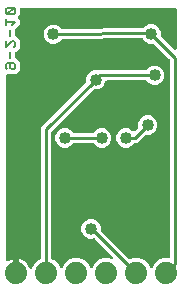
<source format=gbr>
G04 EAGLE Gerber RS-274X export*
G75*
%MOMM*%
%FSLAX34Y34*%
%LPD*%
%INBottom Copper*%
%IPPOS*%
%AMOC8*
5,1,8,0,0,1.08239X$1,22.5*%
G01*
%ADD10C,0.203200*%
%ADD11C,1.879600*%
%ADD12C,1.016000*%
%ADD13C,0.254000*%

G36*
X14088Y12716D02*
X14088Y12716D01*
X14207Y12723D01*
X14245Y12736D01*
X14285Y12741D01*
X14396Y12785D01*
X14509Y12821D01*
X14544Y12843D01*
X14581Y12858D01*
X14677Y12928D01*
X14778Y12991D01*
X14806Y13021D01*
X14839Y13045D01*
X14914Y13136D01*
X14996Y13223D01*
X15016Y13258D01*
X15041Y13290D01*
X15092Y13397D01*
X15150Y13502D01*
X15160Y13541D01*
X15177Y13577D01*
X15199Y13694D01*
X15229Y13809D01*
X15233Y13870D01*
X15237Y13890D01*
X15235Y13910D01*
X15239Y13970D01*
X15239Y24385D01*
X15496Y24345D01*
X17283Y23764D01*
X18957Y22911D01*
X20478Y21806D01*
X21806Y20478D01*
X22911Y18957D01*
X23764Y17283D01*
X23915Y16818D01*
X23928Y16791D01*
X23935Y16762D01*
X23995Y16647D01*
X24050Y16530D01*
X24069Y16507D01*
X24083Y16481D01*
X24171Y16385D01*
X24253Y16285D01*
X24277Y16268D01*
X24297Y16246D01*
X24406Y16175D01*
X24510Y16098D01*
X24538Y16087D01*
X24563Y16071D01*
X24685Y16029D01*
X24806Y15981D01*
X24836Y15977D01*
X24864Y15968D01*
X24993Y15957D01*
X25122Y15941D01*
X25151Y15945D01*
X25181Y15942D01*
X25309Y15965D01*
X25437Y15981D01*
X25465Y15992D01*
X25494Y15997D01*
X25612Y16050D01*
X25733Y16098D01*
X25757Y16115D01*
X25784Y16127D01*
X25885Y16208D01*
X25990Y16284D01*
X26009Y16307D01*
X26033Y16326D01*
X26110Y16429D01*
X26193Y16529D01*
X26206Y16556D01*
X26224Y16580D01*
X26295Y16725D01*
X27548Y19750D01*
X31050Y23252D01*
X32998Y24059D01*
X33023Y24073D01*
X33051Y24083D01*
X33161Y24152D01*
X33274Y24216D01*
X33295Y24237D01*
X33320Y24253D01*
X33409Y24347D01*
X33502Y24438D01*
X33518Y24463D01*
X33538Y24484D01*
X33601Y24598D01*
X33669Y24709D01*
X33677Y24737D01*
X33692Y24763D01*
X33724Y24889D01*
X33762Y25013D01*
X33764Y25042D01*
X33771Y25071D01*
X33781Y25231D01*
X33781Y136079D01*
X71500Y173797D01*
X71560Y173875D01*
X71628Y173948D01*
X71657Y174001D01*
X71694Y174048D01*
X71734Y174139D01*
X71782Y174226D01*
X71797Y174285D01*
X71821Y174340D01*
X71836Y174438D01*
X71861Y174534D01*
X71867Y174634D01*
X71871Y174654D01*
X71869Y174667D01*
X71871Y174695D01*
X71871Y177807D01*
X73109Y180795D01*
X75395Y183081D01*
X78383Y184319D01*
X122297Y184319D01*
X122395Y184331D01*
X122494Y184334D01*
X122553Y184351D01*
X122613Y184359D01*
X122705Y184395D01*
X122800Y184423D01*
X122852Y184453D01*
X122908Y184476D01*
X122988Y184534D01*
X123074Y184584D01*
X123149Y184650D01*
X123166Y184662D01*
X123174Y184672D01*
X123195Y184690D01*
X125395Y186891D01*
X128383Y188129D01*
X131617Y188129D01*
X134605Y186891D01*
X136891Y184605D01*
X138129Y181617D01*
X138129Y178383D01*
X136891Y175395D01*
X134605Y173109D01*
X131617Y171871D01*
X128383Y171871D01*
X125395Y173109D01*
X123195Y175310D01*
X123116Y175370D01*
X123044Y175438D01*
X122991Y175467D01*
X122943Y175504D01*
X122852Y175544D01*
X122766Y175592D01*
X122707Y175607D01*
X122652Y175631D01*
X122554Y175646D01*
X122458Y175671D01*
X122358Y175677D01*
X122337Y175681D01*
X122325Y175679D01*
X122297Y175681D01*
X89398Y175681D01*
X89280Y175666D01*
X89161Y175659D01*
X89123Y175646D01*
X89082Y175641D01*
X88972Y175598D01*
X88859Y175561D01*
X88824Y175539D01*
X88787Y175524D01*
X88691Y175455D01*
X88590Y175391D01*
X88562Y175361D01*
X88529Y175338D01*
X88453Y175246D01*
X88372Y175159D01*
X88352Y175124D01*
X88327Y175093D01*
X88276Y174985D01*
X88218Y174881D01*
X88208Y174841D01*
X88191Y174805D01*
X88169Y174688D01*
X88156Y174639D01*
X86891Y171585D01*
X84605Y169299D01*
X81617Y168061D01*
X78505Y168061D01*
X78406Y168049D01*
X78307Y168046D01*
X78249Y168029D01*
X78189Y168021D01*
X78097Y167985D01*
X78002Y167957D01*
X77950Y167927D01*
X77893Y167904D01*
X77813Y167846D01*
X77728Y167796D01*
X77653Y167730D01*
X77636Y167718D01*
X77628Y167708D01*
X77607Y167690D01*
X42790Y132873D01*
X42730Y132795D01*
X42662Y132722D01*
X42633Y132669D01*
X42596Y132622D01*
X42556Y132531D01*
X42508Y132444D01*
X42493Y132385D01*
X42469Y132330D01*
X42454Y132232D01*
X42429Y132136D01*
X42423Y132036D01*
X42419Y132016D01*
X42421Y132003D01*
X42419Y131975D01*
X42419Y25231D01*
X42422Y25202D01*
X42420Y25173D01*
X42442Y25045D01*
X42459Y24916D01*
X42469Y24889D01*
X42474Y24859D01*
X42528Y24741D01*
X42576Y24620D01*
X42593Y24596D01*
X42605Y24569D01*
X42686Y24468D01*
X42762Y24363D01*
X42785Y24344D01*
X42804Y24321D01*
X42907Y24243D01*
X43007Y24160D01*
X43034Y24147D01*
X43058Y24130D01*
X43202Y24059D01*
X45150Y23252D01*
X48652Y19751D01*
X49627Y17395D01*
X49696Y17274D01*
X49761Y17152D01*
X49775Y17137D01*
X49785Y17119D01*
X49882Y17019D01*
X49975Y16916D01*
X49992Y16905D01*
X50006Y16891D01*
X50124Y16818D01*
X50241Y16742D01*
X50260Y16735D01*
X50277Y16724D01*
X50410Y16684D01*
X50542Y16638D01*
X50562Y16637D01*
X50581Y16631D01*
X50720Y16624D01*
X50859Y16613D01*
X50879Y16617D01*
X50899Y16616D01*
X51035Y16644D01*
X51172Y16668D01*
X51191Y16676D01*
X51210Y16680D01*
X51335Y16741D01*
X51462Y16798D01*
X51478Y16811D01*
X51496Y16820D01*
X51602Y16910D01*
X51710Y16997D01*
X51723Y17013D01*
X51738Y17026D01*
X51818Y17140D01*
X51902Y17251D01*
X51914Y17276D01*
X51921Y17286D01*
X51928Y17305D01*
X51973Y17395D01*
X52948Y19750D01*
X56450Y23252D01*
X61024Y25147D01*
X65976Y25147D01*
X70550Y23252D01*
X74052Y19751D01*
X75027Y17395D01*
X75096Y17274D01*
X75161Y17152D01*
X75175Y17137D01*
X75185Y17119D01*
X75282Y17019D01*
X75375Y16916D01*
X75392Y16905D01*
X75406Y16891D01*
X75524Y16818D01*
X75641Y16742D01*
X75660Y16735D01*
X75677Y16724D01*
X75810Y16684D01*
X75942Y16638D01*
X75962Y16637D01*
X75981Y16631D01*
X76120Y16624D01*
X76259Y16613D01*
X76279Y16617D01*
X76299Y16616D01*
X76435Y16644D01*
X76572Y16668D01*
X76591Y16676D01*
X76610Y16680D01*
X76735Y16741D01*
X76862Y16798D01*
X76878Y16811D01*
X76896Y16820D01*
X77002Y16910D01*
X77110Y16997D01*
X77123Y17013D01*
X77138Y17026D01*
X77218Y17140D01*
X77302Y17251D01*
X77314Y17276D01*
X77321Y17286D01*
X77328Y17305D01*
X77373Y17395D01*
X78348Y19750D01*
X81850Y23252D01*
X86424Y25147D01*
X91376Y25147D01*
X92940Y24499D01*
X93008Y24480D01*
X93072Y24453D01*
X93161Y24438D01*
X93247Y24415D01*
X93317Y24414D01*
X93386Y24403D01*
X93475Y24411D01*
X93565Y24410D01*
X93633Y24426D01*
X93702Y24432D01*
X93787Y24463D01*
X93874Y24484D01*
X93936Y24516D01*
X94002Y24540D01*
X94076Y24591D01*
X94155Y24633D01*
X94207Y24679D01*
X94265Y24719D01*
X94324Y24786D01*
X94391Y24846D01*
X94429Y24905D01*
X94475Y24957D01*
X94516Y25037D01*
X94566Y25112D01*
X94588Y25178D01*
X94620Y25240D01*
X94640Y25328D01*
X94669Y25413D01*
X94674Y25483D01*
X94690Y25551D01*
X94687Y25640D01*
X94694Y25730D01*
X94682Y25799D01*
X94680Y25869D01*
X94655Y25955D01*
X94640Y26043D01*
X94611Y26107D01*
X94592Y26174D01*
X94546Y26251D01*
X94509Y26333D01*
X94466Y26388D01*
X94430Y26448D01*
X94324Y26569D01*
X79210Y41683D01*
X79186Y41701D01*
X79167Y41723D01*
X79061Y41798D01*
X78958Y41878D01*
X78931Y41890D01*
X78907Y41907D01*
X78786Y41952D01*
X78666Y42004D01*
X78637Y42009D01*
X78610Y42019D01*
X78481Y42034D01*
X78352Y42054D01*
X78323Y42051D01*
X78293Y42055D01*
X78165Y42036D01*
X78036Y42024D01*
X78008Y42014D01*
X77979Y42010D01*
X77826Y41958D01*
X77617Y41871D01*
X74383Y41871D01*
X71395Y43109D01*
X69109Y45395D01*
X67871Y48383D01*
X67871Y51617D01*
X69109Y54605D01*
X71395Y56891D01*
X74383Y58129D01*
X77617Y58129D01*
X80605Y56891D01*
X82891Y54605D01*
X84129Y51617D01*
X84129Y49505D01*
X84141Y49406D01*
X84144Y49307D01*
X84150Y49287D01*
X84151Y49272D01*
X84163Y49237D01*
X84169Y49189D01*
X84205Y49097D01*
X84233Y49002D01*
X84246Y48979D01*
X84249Y48970D01*
X84266Y48943D01*
X84286Y48893D01*
X84344Y48813D01*
X84394Y48728D01*
X84460Y48653D01*
X84472Y48636D01*
X84482Y48628D01*
X84500Y48607D01*
X108493Y24615D01*
X108516Y24597D01*
X108535Y24574D01*
X108641Y24500D01*
X108744Y24420D01*
X108771Y24408D01*
X108795Y24391D01*
X108917Y24345D01*
X109036Y24294D01*
X109065Y24289D01*
X109093Y24278D01*
X109222Y24264D01*
X109350Y24244D01*
X109379Y24247D01*
X109409Y24243D01*
X109537Y24261D01*
X109667Y24274D01*
X109694Y24284D01*
X109724Y24288D01*
X109876Y24340D01*
X111824Y25147D01*
X116776Y25147D01*
X121350Y23252D01*
X124852Y19751D01*
X125827Y17395D01*
X125896Y17274D01*
X125961Y17152D01*
X125975Y17137D01*
X125985Y17119D01*
X126082Y17019D01*
X126175Y16916D01*
X126192Y16905D01*
X126206Y16891D01*
X126324Y16818D01*
X126441Y16742D01*
X126460Y16735D01*
X126477Y16724D01*
X126610Y16684D01*
X126742Y16638D01*
X126762Y16637D01*
X126781Y16631D01*
X126920Y16624D01*
X127059Y16613D01*
X127079Y16617D01*
X127099Y16616D01*
X127235Y16644D01*
X127372Y16668D01*
X127391Y16676D01*
X127410Y16680D01*
X127535Y16741D01*
X127662Y16798D01*
X127678Y16811D01*
X127696Y16820D01*
X127802Y16910D01*
X127910Y16997D01*
X127923Y17013D01*
X127938Y17026D01*
X128018Y17140D01*
X128102Y17251D01*
X128114Y17276D01*
X128121Y17286D01*
X128128Y17305D01*
X128173Y17395D01*
X129148Y19750D01*
X132650Y23252D01*
X137224Y25147D01*
X141412Y25147D01*
X141530Y25162D01*
X141649Y25169D01*
X141687Y25182D01*
X141728Y25187D01*
X141838Y25230D01*
X141951Y25267D01*
X141986Y25289D01*
X142023Y25304D01*
X142119Y25373D01*
X142220Y25437D01*
X142248Y25467D01*
X142281Y25490D01*
X142356Y25582D01*
X142438Y25669D01*
X142458Y25704D01*
X142483Y25735D01*
X142534Y25843D01*
X142592Y25947D01*
X142602Y25987D01*
X142619Y26023D01*
X142641Y26140D01*
X142671Y26255D01*
X142675Y26315D01*
X142679Y26335D01*
X142677Y26356D01*
X142681Y26416D01*
X142681Y192685D01*
X142669Y192784D01*
X142666Y192883D01*
X142649Y192941D01*
X142641Y193001D01*
X142605Y193093D01*
X142577Y193188D01*
X142547Y193240D01*
X142524Y193297D01*
X142466Y193377D01*
X142416Y193462D01*
X142350Y193537D01*
X142338Y193554D01*
X142328Y193562D01*
X142310Y193583D01*
X129393Y206500D01*
X129315Y206560D01*
X129242Y206628D01*
X129189Y206657D01*
X129142Y206694D01*
X129051Y206734D01*
X128964Y206782D01*
X128905Y206797D01*
X128850Y206821D01*
X128752Y206836D01*
X128656Y206861D01*
X128556Y206867D01*
X128536Y206871D01*
X128523Y206869D01*
X128495Y206871D01*
X125383Y206871D01*
X122395Y208109D01*
X120109Y210395D01*
X119947Y210785D01*
X119928Y210819D01*
X119915Y210857D01*
X119850Y210957D01*
X119790Y211061D01*
X119762Y211090D01*
X119741Y211123D01*
X119652Y211203D01*
X119569Y211290D01*
X119535Y211310D01*
X119506Y211337D01*
X119400Y211393D01*
X119297Y211456D01*
X119260Y211468D01*
X119225Y211486D01*
X119108Y211514D01*
X118994Y211550D01*
X118954Y211552D01*
X118916Y211561D01*
X118755Y211568D01*
X51854Y210532D01*
X51765Y210519D01*
X51676Y210516D01*
X51608Y210497D01*
X51539Y210487D01*
X51456Y210453D01*
X51371Y210428D01*
X51310Y210392D01*
X51245Y210365D01*
X51173Y210312D01*
X51097Y210266D01*
X51002Y210183D01*
X50991Y210175D01*
X50986Y210169D01*
X50976Y210160D01*
X48655Y207839D01*
X45667Y206601D01*
X42433Y206601D01*
X39445Y207839D01*
X37159Y210125D01*
X35921Y213113D01*
X35921Y216347D01*
X37159Y219335D01*
X39445Y221621D01*
X42433Y222859D01*
X45667Y222859D01*
X48655Y221621D01*
X50737Y219539D01*
X50823Y219472D01*
X50903Y219399D01*
X50948Y219375D01*
X50988Y219344D01*
X51088Y219300D01*
X51184Y219249D01*
X51234Y219238D01*
X51280Y219217D01*
X51388Y219200D01*
X51493Y219175D01*
X51573Y219171D01*
X51594Y219168D01*
X51611Y219169D01*
X51654Y219167D01*
X120228Y220230D01*
X120316Y220242D01*
X120405Y220245D01*
X120473Y220265D01*
X120543Y220275D01*
X120625Y220309D01*
X120711Y220333D01*
X120771Y220369D01*
X120837Y220396D01*
X120908Y220450D01*
X120985Y220495D01*
X121079Y220578D01*
X121091Y220587D01*
X121095Y220592D01*
X121106Y220601D01*
X122395Y221891D01*
X125383Y223129D01*
X128617Y223129D01*
X131605Y221891D01*
X133891Y219605D01*
X135129Y216617D01*
X135129Y213505D01*
X135141Y213406D01*
X135144Y213307D01*
X135161Y213249D01*
X135169Y213189D01*
X135205Y213097D01*
X135233Y213002D01*
X135263Y212950D01*
X135286Y212893D01*
X135344Y212813D01*
X135394Y212728D01*
X135460Y212653D01*
X135472Y212636D01*
X135482Y212628D01*
X135500Y212607D01*
X146169Y201939D01*
X146278Y201854D01*
X146385Y201765D01*
X146404Y201757D01*
X146420Y201744D01*
X146548Y201689D01*
X146673Y201630D01*
X146693Y201626D01*
X146712Y201618D01*
X146850Y201596D01*
X146986Y201570D01*
X147006Y201571D01*
X147026Y201568D01*
X147165Y201581D01*
X147303Y201590D01*
X147322Y201596D01*
X147342Y201598D01*
X147474Y201645D01*
X147605Y201688D01*
X147623Y201698D01*
X147642Y201705D01*
X147757Y201783D01*
X147874Y201858D01*
X147888Y201873D01*
X147905Y201884D01*
X147997Y201988D01*
X148092Y202089D01*
X148102Y202107D01*
X148115Y202122D01*
X148179Y202246D01*
X148246Y202368D01*
X148251Y202388D01*
X148260Y202406D01*
X148290Y202541D01*
X148325Y202676D01*
X148327Y202704D01*
X148330Y202716D01*
X148329Y202736D01*
X148335Y202837D01*
X148335Y235966D01*
X148320Y236084D01*
X148313Y236203D01*
X148300Y236241D01*
X148295Y236282D01*
X148252Y236392D01*
X148215Y236505D01*
X148193Y236540D01*
X148178Y236577D01*
X148109Y236673D01*
X148045Y236774D01*
X148015Y236802D01*
X147992Y236835D01*
X147900Y236911D01*
X147813Y236992D01*
X147778Y237012D01*
X147747Y237037D01*
X147639Y237088D01*
X147535Y237146D01*
X147495Y237156D01*
X147459Y237173D01*
X147342Y237195D01*
X147227Y237225D01*
X147167Y237229D01*
X147147Y237233D01*
X147126Y237231D01*
X147066Y237235D01*
X17037Y237235D01*
X16919Y237220D01*
X16800Y237213D01*
X16762Y237200D01*
X16721Y237195D01*
X16611Y237152D01*
X16497Y237115D01*
X16463Y237093D01*
X16426Y237078D01*
X16329Y237009D01*
X16229Y236945D01*
X16201Y236915D01*
X16168Y236892D01*
X16092Y236800D01*
X16011Y236713D01*
X15991Y236678D01*
X15966Y236647D01*
X15915Y236539D01*
X15857Y236435D01*
X15847Y236395D01*
X15830Y236359D01*
X15808Y236242D01*
X15778Y236127D01*
X15774Y236067D01*
X15770Y236047D01*
X15771Y236026D01*
X15768Y235966D01*
X15768Y231422D01*
X14349Y230004D01*
X14276Y229909D01*
X14197Y229820D01*
X14179Y229784D01*
X14154Y229752D01*
X14107Y229643D01*
X14053Y229537D01*
X14044Y229498D01*
X14028Y229460D01*
X14009Y229343D01*
X13983Y229227D01*
X13984Y229186D01*
X13978Y229146D01*
X13989Y229028D01*
X13993Y228909D01*
X14004Y228870D01*
X14008Y228830D01*
X14048Y228717D01*
X14081Y228603D01*
X14102Y228569D01*
X14115Y228530D01*
X14182Y228432D01*
X14243Y228329D01*
X14283Y228284D01*
X14294Y228267D01*
X14309Y228254D01*
X14349Y228209D01*
X14554Y228003D01*
X15768Y226790D01*
X15768Y223423D01*
X14222Y221877D01*
X13015Y220670D01*
X12072Y219727D01*
X12011Y219649D01*
X11943Y219577D01*
X11914Y219524D01*
X11877Y219476D01*
X11838Y219385D01*
X11790Y219298D01*
X11775Y219240D01*
X11751Y219184D01*
X11735Y219086D01*
X11710Y218990D01*
X11704Y218890D01*
X11701Y218870D01*
X11702Y218858D01*
X11700Y218830D01*
X11700Y214029D01*
X11713Y213931D01*
X11716Y213832D01*
X11732Y213773D01*
X11740Y213713D01*
X11776Y213621D01*
X11804Y213526D01*
X11835Y213474D01*
X11857Y213418D01*
X11915Y213337D01*
X11966Y213252D01*
X12032Y213177D01*
X12044Y213160D01*
X12053Y213152D01*
X12072Y213131D01*
X15768Y209436D01*
X15768Y203357D01*
X12072Y199661D01*
X12011Y199583D01*
X11943Y199510D01*
X11914Y199457D01*
X11877Y199410D01*
X11838Y199319D01*
X11790Y199232D01*
X11775Y199173D01*
X11751Y199118D01*
X11735Y199020D01*
X11710Y198924D01*
X11704Y198824D01*
X11701Y198804D01*
X11702Y198791D01*
X11700Y198763D01*
X11700Y195318D01*
X11713Y195220D01*
X11716Y195121D01*
X11732Y195063D01*
X11740Y195003D01*
X11776Y194911D01*
X11804Y194816D01*
X11835Y194763D01*
X11857Y194707D01*
X11915Y194627D01*
X11966Y194542D01*
X12032Y194466D01*
X12044Y194450D01*
X12053Y194442D01*
X12072Y194421D01*
X13015Y193478D01*
X15768Y190725D01*
X15768Y184646D01*
X12031Y180909D01*
X5334Y180909D01*
X5216Y180894D01*
X5097Y180887D01*
X5059Y180874D01*
X5018Y180869D01*
X4908Y180826D01*
X4795Y180789D01*
X4760Y180767D01*
X4723Y180752D01*
X4627Y180683D01*
X4526Y180619D01*
X4498Y180589D01*
X4465Y180566D01*
X4389Y180474D01*
X4308Y180387D01*
X4288Y180352D01*
X4263Y180321D01*
X4212Y180213D01*
X4154Y180109D01*
X4144Y180069D01*
X4127Y180033D01*
X4105Y179916D01*
X4075Y179801D01*
X4071Y179741D01*
X4067Y179721D01*
X4069Y179700D01*
X4065Y179640D01*
X4065Y23674D01*
X4070Y23635D01*
X4067Y23595D01*
X4090Y23477D01*
X4105Y23359D01*
X4119Y23322D01*
X4127Y23283D01*
X4178Y23174D01*
X4222Y23063D01*
X4245Y23031D01*
X4262Y22995D01*
X4338Y22903D01*
X4408Y22806D01*
X4439Y22780D01*
X4464Y22750D01*
X4561Y22679D01*
X4653Y22603D01*
X4689Y22586D01*
X4722Y22562D01*
X4833Y22518D01*
X4941Y22467D01*
X4980Y22460D01*
X5017Y22445D01*
X5136Y22430D01*
X5253Y22408D01*
X5293Y22410D01*
X5333Y22405D01*
X5452Y22420D01*
X5571Y22427D01*
X5609Y22440D01*
X5648Y22445D01*
X5760Y22488D01*
X5873Y22525D01*
X5907Y22547D01*
X5944Y22561D01*
X6080Y22647D01*
X6443Y22911D01*
X8117Y23764D01*
X9904Y24345D01*
X10161Y24385D01*
X10161Y13970D01*
X10176Y13852D01*
X10183Y13733D01*
X10196Y13695D01*
X10201Y13655D01*
X10244Y13544D01*
X10281Y13431D01*
X10303Y13397D01*
X10318Y13359D01*
X10388Y13263D01*
X10451Y13162D01*
X10481Y13134D01*
X10504Y13102D01*
X10596Y13026D01*
X10683Y12944D01*
X10718Y12925D01*
X10749Y12899D01*
X10857Y12848D01*
X10961Y12791D01*
X11001Y12780D01*
X11037Y12763D01*
X11154Y12741D01*
X11269Y12711D01*
X11330Y12707D01*
X11350Y12703D01*
X11370Y12705D01*
X11430Y12701D01*
X13970Y12701D01*
X14088Y12716D01*
G37*
%LPC*%
G36*
X52113Y118871D02*
X52113Y118871D01*
X49125Y120109D01*
X46839Y122395D01*
X45601Y125383D01*
X45601Y128617D01*
X46839Y131605D01*
X49125Y133891D01*
X52113Y135129D01*
X55347Y135129D01*
X58335Y133891D01*
X60535Y131690D01*
X60614Y131630D01*
X60686Y131562D01*
X60739Y131533D01*
X60787Y131496D01*
X60878Y131456D01*
X60964Y131408D01*
X61023Y131393D01*
X61078Y131369D01*
X61176Y131354D01*
X61272Y131329D01*
X61372Y131323D01*
X61393Y131319D01*
X61405Y131321D01*
X61433Y131319D01*
X77297Y131319D01*
X77395Y131331D01*
X77494Y131334D01*
X77553Y131351D01*
X77613Y131359D01*
X77705Y131395D01*
X77800Y131423D01*
X77852Y131453D01*
X77908Y131476D01*
X77988Y131534D01*
X78074Y131584D01*
X78149Y131650D01*
X78166Y131662D01*
X78174Y131672D01*
X78195Y131690D01*
X80395Y133891D01*
X83383Y135129D01*
X86617Y135129D01*
X89605Y133891D01*
X91891Y131605D01*
X93129Y128617D01*
X93129Y125383D01*
X91891Y122395D01*
X89605Y120109D01*
X86617Y118871D01*
X83383Y118871D01*
X80395Y120109D01*
X78195Y122310D01*
X78116Y122370D01*
X78044Y122438D01*
X77991Y122467D01*
X77943Y122504D01*
X77852Y122544D01*
X77766Y122592D01*
X77707Y122607D01*
X77652Y122631D01*
X77554Y122646D01*
X77458Y122671D01*
X77358Y122677D01*
X77337Y122681D01*
X77325Y122679D01*
X77297Y122681D01*
X61433Y122681D01*
X61335Y122669D01*
X61236Y122666D01*
X61177Y122649D01*
X61117Y122641D01*
X61025Y122605D01*
X60930Y122577D01*
X60878Y122547D01*
X60822Y122524D01*
X60742Y122466D01*
X60656Y122416D01*
X60581Y122350D01*
X60564Y122338D01*
X60556Y122328D01*
X60535Y122310D01*
X58335Y120109D01*
X55347Y118871D01*
X52113Y118871D01*
G37*
%LPD*%
%LPC*%
G36*
X103793Y118871D02*
X103793Y118871D01*
X100805Y120109D01*
X98519Y122395D01*
X97281Y125383D01*
X97281Y128617D01*
X98519Y131605D01*
X100805Y133891D01*
X103793Y135129D01*
X107027Y135129D01*
X110015Y133891D01*
X111002Y132904D01*
X111095Y132831D01*
X111185Y132752D01*
X111221Y132734D01*
X111253Y132709D01*
X111362Y132662D01*
X111468Y132608D01*
X111508Y132599D01*
X111545Y132583D01*
X111662Y132564D01*
X111778Y132538D01*
X111819Y132539D01*
X111859Y132533D01*
X111977Y132544D01*
X112096Y132548D01*
X112135Y132559D01*
X112175Y132563D01*
X112288Y132603D01*
X112402Y132636D01*
X112437Y132657D01*
X112475Y132670D01*
X112573Y132737D01*
X112676Y132798D01*
X112721Y132838D01*
X112738Y132849D01*
X112751Y132864D01*
X112797Y132904D01*
X115500Y135607D01*
X115560Y135685D01*
X115628Y135758D01*
X115657Y135811D01*
X115694Y135858D01*
X115734Y135949D01*
X115782Y136036D01*
X115797Y136095D01*
X115821Y136150D01*
X115836Y136248D01*
X115861Y136344D01*
X115867Y136444D01*
X115871Y136464D01*
X115869Y136477D01*
X115871Y136505D01*
X115871Y139617D01*
X117109Y142605D01*
X119395Y144891D01*
X122383Y146129D01*
X125617Y146129D01*
X128605Y144891D01*
X130891Y142605D01*
X132129Y139617D01*
X132129Y136383D01*
X130891Y133395D01*
X128605Y131109D01*
X125617Y129871D01*
X122505Y129871D01*
X122406Y129859D01*
X122307Y129856D01*
X122249Y129839D01*
X122189Y129831D01*
X122097Y129795D01*
X122002Y129767D01*
X121950Y129737D01*
X121893Y129714D01*
X121813Y129656D01*
X121728Y129606D01*
X121653Y129540D01*
X121636Y129528D01*
X121628Y129518D01*
X121607Y129500D01*
X114789Y122681D01*
X113113Y122681D01*
X113015Y122669D01*
X112916Y122666D01*
X112857Y122649D01*
X112797Y122641D01*
X112705Y122605D01*
X112610Y122577D01*
X112558Y122547D01*
X112502Y122524D01*
X112422Y122466D01*
X112336Y122416D01*
X112261Y122350D01*
X112244Y122338D01*
X112236Y122328D01*
X112215Y122310D01*
X110015Y120109D01*
X107027Y118871D01*
X103793Y118871D01*
G37*
%LPD*%
D10*
X4924Y184974D02*
X3568Y186330D01*
X3568Y189041D01*
X4924Y190397D01*
X10347Y190397D01*
X11703Y189041D01*
X11703Y186330D01*
X10347Y184974D01*
X8991Y184974D01*
X7635Y186330D01*
X7635Y190397D01*
X7635Y194329D02*
X7635Y199752D01*
X3568Y203684D02*
X3568Y209108D01*
X8991Y209108D02*
X3568Y203684D01*
X8991Y209108D02*
X10347Y209108D01*
X11703Y207752D01*
X11703Y205040D01*
X10347Y203684D01*
X7635Y213040D02*
X7635Y218463D01*
X8991Y222395D02*
X11703Y225106D01*
X3568Y225106D01*
X3568Y222395D02*
X3568Y227818D01*
X4924Y231750D02*
X10347Y231750D01*
X11703Y233106D01*
X11703Y235817D01*
X10347Y237173D01*
X4924Y237173D01*
X3568Y235817D01*
X3568Y233106D01*
X4924Y231750D01*
X10347Y237173D01*
D11*
X12700Y12700D03*
X38100Y12700D03*
X63500Y12700D03*
X88900Y12700D03*
X114300Y12700D03*
X139700Y12700D03*
D12*
X20160Y127460D03*
X90000Y80000D03*
X121000Y166000D03*
X120000Y50000D03*
X53180Y198580D03*
D13*
X44050Y214730D02*
X126000Y216000D01*
X127000Y215000D01*
X147000Y20000D02*
X139700Y12700D01*
X147000Y20000D02*
X147000Y195000D01*
X127000Y215000D01*
D12*
X44050Y214730D03*
X127000Y215000D03*
D13*
X77000Y50000D02*
X114300Y12700D01*
X77000Y50000D02*
X76000Y50000D01*
D12*
X76000Y50000D03*
D13*
X83810Y180000D02*
X130000Y180000D01*
X83810Y180000D02*
X80000Y176190D01*
X38100Y134290D02*
X38100Y12700D01*
X38100Y134290D02*
X80000Y176190D01*
D12*
X130000Y180000D03*
X80000Y176190D03*
D13*
X85000Y127000D02*
X53730Y127000D01*
D12*
X53730Y127000D03*
X85000Y127000D03*
D13*
X113000Y127000D02*
X124000Y138000D01*
X113000Y127000D02*
X105410Y127000D01*
D12*
X105410Y127000D03*
X124000Y138000D03*
M02*

</source>
